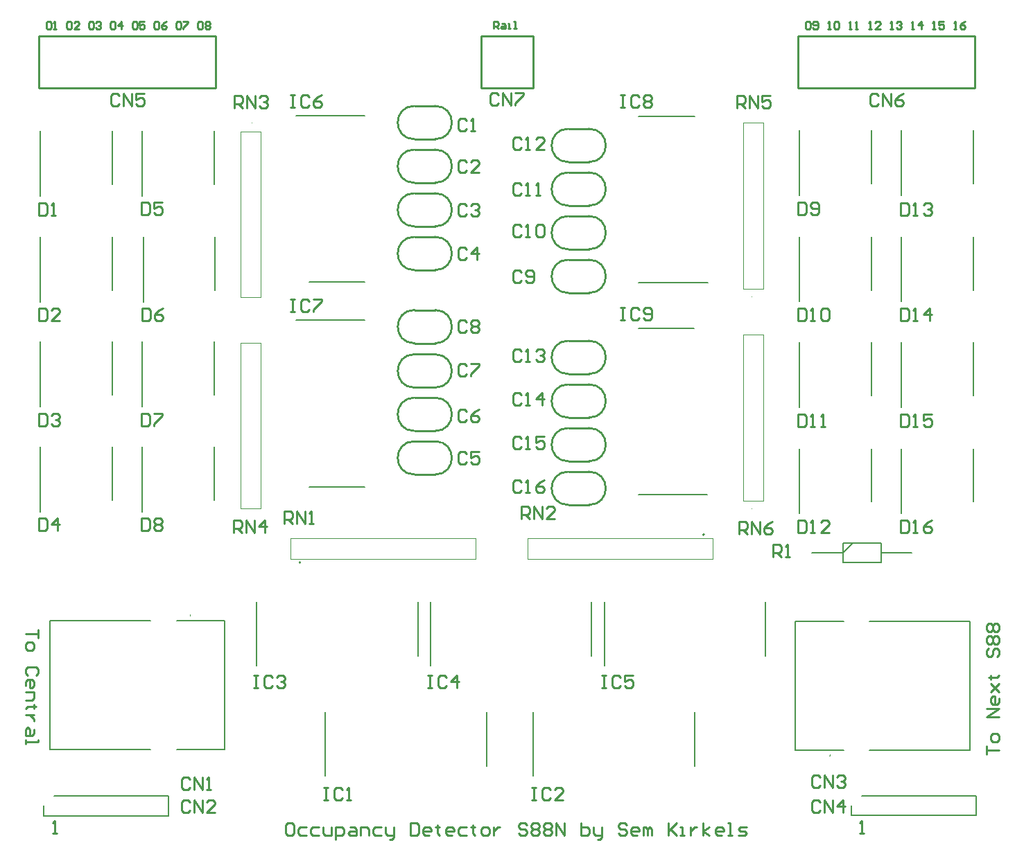
<source format=gbr>
G04*
G04 #@! TF.GenerationSoftware,Altium Limited,Altium Designer,23.7.1 (13)*
G04*
G04 Layer_Color=65535*
%FSLAX44Y44*%
%MOMM*%
G71*
G04*
G04 #@! TF.SameCoordinates,841DD010-D86F-4994-8322-40CE1CBCD204*
G04*
G04*
G04 #@! TF.FilePolarity,Positive*
G04*
G01*
G75*
%ADD10C,0.1000*%
%ADD11C,0.2000*%
%ADD12C,0.2540*%
D10*
X546196Y874555D02*
G03*
X546196Y873555I0J-500D01*
G01*
D02*
G03*
X546196Y874555I0J500D01*
G01*
X1156240Y920240D02*
G03*
X1156240Y919240I0J-500D01*
G01*
D02*
G03*
X1156240Y920240I0J500D01*
G01*
Y661160D02*
G03*
X1156240Y660160I0J-500D01*
G01*
D02*
G03*
X1156240Y661160I0J500D01*
G01*
X546300Y1131365D02*
G03*
X546300Y1132365I0J500D01*
G01*
D02*
G03*
X546300Y1131365I0J-500D01*
G01*
X556646Y661205D02*
Y863905D01*
X531745Y661205D02*
X556646D01*
X531745D02*
Y863905D01*
X556646D01*
X1145790Y929890D02*
X1170690D01*
Y1132590D01*
X1145790D02*
X1170690D01*
X1145790Y929890D02*
Y1132590D01*
Y670810D02*
X1170690D01*
Y873510D01*
X1145790D02*
X1170690D01*
X1145790Y670810D02*
Y873510D01*
X882630Y599690D02*
X1108730D01*
X882630D02*
Y624590D01*
X1108730D01*
Y599690D02*
Y624590D01*
X593070D02*
X819170D01*
Y599690D02*
Y624590D01*
X593070Y599690D02*
X819170D01*
X593070D02*
Y624590D01*
X531851Y1121715D02*
X556750D01*
X531851Y919015D02*
Y1121715D01*
Y919015D02*
X556750D01*
Y1121715D01*
D11*
X1251722Y358812D02*
G03*
X1251722Y359812I0J500D01*
G01*
D02*
G03*
X1251722Y358812I0J-500D01*
G01*
Y359812D02*
G03*
X1251722Y358812I0J-500D01*
G01*
X470559Y530758D02*
G03*
X470559Y529758I0J-500D01*
G01*
D02*
G03*
X470559Y530758I0J500D01*
G01*
Y529758D02*
G03*
X470559Y530758I0J500D01*
G01*
X1096280Y629140D02*
G03*
X1098280Y629140I1000J0D01*
G01*
D02*
G03*
X1096280Y629140I-1000J0D01*
G01*
X605520Y595140D02*
G03*
X603520Y595140I-1000J0D01*
G01*
D02*
G03*
X605520Y595140I1000J0D01*
G01*
X1209722Y365762D02*
X1268223D01*
X1209722D02*
Y522762D01*
X1268223D01*
X1300222D02*
X1422723D01*
Y365762D02*
Y522762D01*
X1300222Y365762D02*
X1422723D01*
X454058Y523808D02*
X512559D01*
Y366808D02*
Y523808D01*
X454058Y366808D02*
X512559D01*
X299559D02*
X422059D01*
X299559D02*
Y523808D01*
X422059D01*
X1267580Y618810D02*
X1314080D01*
Y595310D02*
Y618810D01*
X1267580Y595310D02*
X1314080D01*
X1267580D02*
Y618810D01*
Y607060D02*
X1279330Y618810D01*
X1229830Y607060D02*
X1267580D01*
X1314080D02*
X1351830D01*
X291809Y285521D02*
Y297571D01*
Y285521D02*
X444209D01*
Y309621D01*
X304509D02*
X444209D01*
X1278073Y285759D02*
Y297809D01*
Y285759D02*
X1430473D01*
Y309859D01*
X1290773D02*
X1430473D01*
X889391Y334050D02*
Y412400D01*
X1086290Y346400D02*
Y412400D01*
X635610Y334050D02*
Y412400D01*
X832510Y346400D02*
Y412400D01*
X1339270Y654975D02*
Y734225D01*
X1427270Y669225D02*
Y734225D01*
X1214330Y654975D02*
Y734225D01*
X1302330Y669225D02*
Y734225D01*
X1214330Y784938D02*
Y864188D01*
X1302330Y799188D02*
Y864188D01*
X1339270Y784938D02*
Y864188D01*
X1427270Y799188D02*
Y864188D01*
X1339270Y914003D02*
Y993253D01*
X1427270Y928253D02*
Y993253D01*
X1339270Y1043811D02*
Y1123061D01*
X1427270Y1058061D02*
Y1123061D01*
X1214330Y914003D02*
Y993253D01*
X1302330Y928253D02*
Y993253D01*
X1214330Y1043811D02*
Y1123061D01*
X1302330Y1058061D02*
Y1123061D01*
X1173246Y481138D02*
Y547138D01*
X976347Y468788D02*
Y547138D01*
X960808Y481138D02*
Y547138D01*
X763909Y468788D02*
Y547138D01*
X748526Y481138D02*
Y547138D01*
X551626Y468788D02*
Y547138D01*
X599519Y891114D02*
X683520D01*
X615519Y687715D02*
X683520D01*
X412170Y657285D02*
Y736535D01*
X500170Y671535D02*
Y736535D01*
X412170Y785555D02*
Y864805D01*
X500170Y799805D02*
Y864805D01*
X412170Y1043365D02*
Y1122615D01*
X500170Y1057615D02*
Y1122615D01*
X413072Y913825D02*
Y993075D01*
X501072Y928075D02*
Y993075D01*
X287230Y657285D02*
Y736535D01*
X375230Y671535D02*
Y736535D01*
X287230Y785555D02*
Y864805D01*
X375230Y799805D02*
Y864805D01*
X287230Y913825D02*
Y993075D01*
X375230Y928075D02*
Y993075D01*
X287230Y1043365D02*
Y1122615D01*
X375230Y1057615D02*
Y1122615D01*
X1018302Y937248D02*
X1102302D01*
X1018302Y1140648D02*
X1086302D01*
X1018058Y677860D02*
X1102059D01*
X1018058Y881260D02*
X1086059D01*
X599519Y1141286D02*
X683520D01*
X615519Y937886D02*
X683520D01*
D12*
X957580Y665480D02*
G03*
X957580Y706120I0J20320D01*
G01*
X932180D02*
G03*
X932180Y665480I0J-20320D01*
G01*
X957580Y718820D02*
G03*
X957580Y759460I0J20320D01*
G01*
X932180D02*
G03*
X932180Y718820I0J-20320D01*
G01*
X957580Y772160D02*
G03*
X957580Y812800I0J20320D01*
G01*
X932180D02*
G03*
X932180Y772160I0J-20320D01*
G01*
X957580Y825500D02*
G03*
X957580Y866140I0J20320D01*
G01*
X932180D02*
G03*
X932180Y825500I0J-20320D01*
G01*
X957580Y1084580D02*
G03*
X957580Y1125220I0J20320D01*
G01*
X932180D02*
G03*
X932180Y1084580I0J-20320D01*
G01*
X957580Y1031240D02*
G03*
X957580Y1071880I0J20320D01*
G01*
X932180D02*
G03*
X932180Y1031240I0J-20320D01*
G01*
X957580Y977900D02*
G03*
X957580Y1018540I0J20320D01*
G01*
X932180D02*
G03*
X932180Y977900I0J-20320D01*
G01*
X957580Y924560D02*
G03*
X957580Y965200I0J20320D01*
G01*
X932180D02*
G03*
X932180Y924560I0J-20320D01*
G01*
X744220Y903684D02*
G03*
X744220Y863044I0J-20320D01*
G01*
X769620D02*
G03*
X769620Y903684I0J20320D01*
G01*
X744220Y849542D02*
G03*
X744220Y808902I0J-20320D01*
G01*
X769620D02*
G03*
X769620Y849542I0J20320D01*
G01*
X744220Y796501D02*
G03*
X744220Y755861I0J-20320D01*
G01*
X769620D02*
G03*
X769620Y796501I0J20320D01*
G01*
X744220Y743300D02*
G03*
X744220Y702660I0J-20320D01*
G01*
X769620D02*
G03*
X769620Y743300I0J20320D01*
G01*
X744220Y993140D02*
G03*
X744220Y952500I0J-20320D01*
G01*
X769620D02*
G03*
X769620Y993140I0J20320D01*
G01*
X744220Y1099820D02*
G03*
X744220Y1059180I0J-20320D01*
G01*
X769620D02*
G03*
X769620Y1099820I0J20320D01*
G01*
X744220Y1046480D02*
G03*
X744220Y1005840I0J-20320D01*
G01*
X769620D02*
G03*
X769620Y1046480I0J20320D01*
G01*
X744220Y1153160D02*
G03*
X744220Y1112520I0J-20320D01*
G01*
X769620D02*
G03*
X769620Y1153160I0J20320D01*
G01*
X932180Y665480D02*
X957580D01*
X932180Y706120D02*
X957580D01*
X932180Y718820D02*
X957580D01*
X932180Y759460D02*
X957580D01*
X932180Y772160D02*
X957580D01*
X932180Y812800D02*
X957580D01*
X932180Y825500D02*
X957580D01*
X932180Y866140D02*
X957580D01*
X932180Y1084580D02*
X957580D01*
X932180Y1125220D02*
X957580D01*
X932180Y1031240D02*
X957580D01*
X932180Y1071880D02*
X957580D01*
X932180Y977900D02*
X957580D01*
X932180Y1018540D02*
X957580D01*
X932180Y924560D02*
X957580D01*
X932180Y965200D02*
X957580D01*
X825450Y1175164D02*
Y1238664D01*
X888950Y1175164D02*
Y1238664D01*
X825450D02*
X888950D01*
X825450Y1175164D02*
X888950D01*
X744220Y903684D02*
X769620D01*
X744220Y863044D02*
X769620D01*
X744220Y849542D02*
X769620D01*
X744220Y808902D02*
X769620D01*
X744220Y796501D02*
X769620D01*
X744220Y755861D02*
X769620D01*
X744220Y743300D02*
X769620D01*
X744220Y702660D02*
X769620D01*
X744220Y993140D02*
X769620D01*
X744220Y952500D02*
X769620D01*
X744220Y1099820D02*
X769620D01*
X744220Y1059180D02*
X769620D01*
X744220Y1046480D02*
X769620D01*
X744220Y1005840D02*
X769620D01*
X744220Y1153160D02*
X769620D01*
X744220Y1112520D02*
X769620D01*
X1212850Y1174750D02*
Y1238250D01*
X1428750Y1174750D02*
Y1238250D01*
X1212850D02*
X1428750D01*
X1212850Y1174750D02*
X1428750D01*
X285750D02*
Y1238250D01*
X501650Y1174750D02*
Y1238250D01*
X285750D02*
X501650D01*
X285750Y1174750D02*
X501650D01*
X594357Y276853D02*
X589279D01*
X586740Y274314D01*
Y264158D01*
X589279Y261618D01*
X594357D01*
X596897Y264158D01*
Y274314D01*
X594357Y276853D01*
X612132Y271775D02*
X604514D01*
X601975Y269236D01*
Y264158D01*
X604514Y261618D01*
X612132D01*
X627367Y271775D02*
X619749D01*
X617210Y269236D01*
Y264158D01*
X619749Y261618D01*
X627367D01*
X632445Y271775D02*
Y264158D01*
X634984Y261618D01*
X642602D01*
Y271775D01*
X647680Y256540D02*
Y271775D01*
X655298D01*
X657837Y269236D01*
Y264158D01*
X655298Y261618D01*
X647680D01*
X665454Y271775D02*
X670533D01*
X673072Y269236D01*
Y261618D01*
X665454D01*
X662915Y264158D01*
X665454Y266697D01*
X673072D01*
X678150Y261618D02*
Y271775D01*
X685768D01*
X688307Y269236D01*
Y261618D01*
X703542Y271775D02*
X695925D01*
X693385Y269236D01*
Y264158D01*
X695925Y261618D01*
X703542D01*
X708621Y271775D02*
Y264158D01*
X711160Y261618D01*
X718777D01*
Y259079D01*
X716238Y256540D01*
X713699D01*
X718777Y261618D02*
Y271775D01*
X739091Y276853D02*
Y261618D01*
X746708D01*
X749247Y264158D01*
Y274314D01*
X746708Y276853D01*
X739091D01*
X761943Y261618D02*
X756865D01*
X754326Y264158D01*
Y269236D01*
X756865Y271775D01*
X761943D01*
X764482Y269236D01*
Y266697D01*
X754326D01*
X772100Y274314D02*
Y271775D01*
X769561D01*
X774639D01*
X772100D01*
Y264158D01*
X774639Y261618D01*
X789874D02*
X784796D01*
X782257Y264158D01*
Y269236D01*
X784796Y271775D01*
X789874D01*
X792413Y269236D01*
Y266697D01*
X782257D01*
X807648Y271775D02*
X800031D01*
X797492Y269236D01*
Y264158D01*
X800031Y261618D01*
X807648D01*
X815266Y274314D02*
Y271775D01*
X812727D01*
X817805D01*
X815266D01*
Y264158D01*
X817805Y261618D01*
X827962D02*
X833040D01*
X835580Y264158D01*
Y269236D01*
X833040Y271775D01*
X827962D01*
X825423Y269236D01*
Y264158D01*
X827962Y261618D01*
X840658Y271775D02*
Y261618D01*
Y266697D01*
X843197Y269236D01*
X845736Y271775D01*
X848275D01*
X881285Y274314D02*
X878745Y276853D01*
X873667D01*
X871128Y274314D01*
Y271775D01*
X873667Y269236D01*
X878745D01*
X881285Y266697D01*
Y264158D01*
X878745Y261618D01*
X873667D01*
X871128Y264158D01*
X886363Y274314D02*
X888902Y276853D01*
X893981D01*
X896520Y274314D01*
Y271775D01*
X893981Y269236D01*
X896520Y266697D01*
Y264158D01*
X893981Y261618D01*
X888902D01*
X886363Y264158D01*
Y266697D01*
X888902Y269236D01*
X886363Y271775D01*
Y274314D01*
X888902Y269236D02*
X893981D01*
X901598Y274314D02*
X904137Y276853D01*
X909216D01*
X911755Y274314D01*
Y271775D01*
X909216Y269236D01*
X911755Y266697D01*
Y264158D01*
X909216Y261618D01*
X904137D01*
X901598Y264158D01*
Y266697D01*
X904137Y269236D01*
X901598Y271775D01*
Y274314D01*
X904137Y269236D02*
X909216D01*
X916833Y261618D02*
Y276853D01*
X926990Y261618D01*
Y276853D01*
X947303D02*
Y261618D01*
X954921D01*
X957460Y264158D01*
Y266697D01*
Y269236D01*
X954921Y271775D01*
X947303D01*
X962538D02*
Y264158D01*
X965078Y261618D01*
X972695D01*
Y259079D01*
X970156Y256540D01*
X967617D01*
X972695Y261618D02*
Y271775D01*
X1003165Y274314D02*
X1000626Y276853D01*
X995548D01*
X993009Y274314D01*
Y271775D01*
X995548Y269236D01*
X1000626D01*
X1003165Y266697D01*
Y264158D01*
X1000626Y261618D01*
X995548D01*
X993009Y264158D01*
X1015861Y261618D02*
X1010783D01*
X1008244Y264158D01*
Y269236D01*
X1010783Y271775D01*
X1015861D01*
X1018400Y269236D01*
Y266697D01*
X1008244D01*
X1023479Y261618D02*
Y271775D01*
X1026018D01*
X1028557Y269236D01*
Y261618D01*
Y269236D01*
X1031096Y271775D01*
X1033635Y269236D01*
Y261618D01*
X1053949Y276853D02*
Y261618D01*
Y266697D01*
X1064106Y276853D01*
X1056488Y269236D01*
X1064106Y261618D01*
X1069184D02*
X1074262D01*
X1071723D01*
Y271775D01*
X1069184D01*
X1081880D02*
Y261618D01*
Y266697D01*
X1084419Y269236D01*
X1086958Y271775D01*
X1089497D01*
X1097115Y261618D02*
Y276853D01*
Y266697D02*
X1104732Y271775D01*
X1097115Y266697D02*
X1104732Y261618D01*
X1119967D02*
X1114889D01*
X1112350Y264158D01*
Y269236D01*
X1114889Y271775D01*
X1119967D01*
X1122507Y269236D01*
Y266697D01*
X1112350D01*
X1127585Y261618D02*
X1132663D01*
X1130124D01*
Y276853D01*
X1127585D01*
X1140281Y261618D02*
X1147898D01*
X1150438Y264158D01*
X1147898Y266697D01*
X1142820D01*
X1140281Y269236D01*
X1142820Y271775D01*
X1150438D01*
X302260Y264160D02*
X307338D01*
X304799D01*
Y279395D01*
X302260Y276856D01*
X1287780Y264160D02*
X1292858D01*
X1290319D01*
Y279395D01*
X1287780Y276856D01*
X1442725Y360680D02*
Y370837D01*
Y365758D01*
X1457960D01*
Y378454D02*
Y383533D01*
X1455421Y386072D01*
X1450343D01*
X1447803Y383533D01*
Y378454D01*
X1450343Y375915D01*
X1455421D01*
X1457960Y378454D01*
Y406385D02*
X1442725D01*
X1457960Y416542D01*
X1442725D01*
X1457960Y429238D02*
Y424160D01*
X1455421Y421620D01*
X1450343D01*
X1447803Y424160D01*
Y429238D01*
X1450343Y431777D01*
X1452882D01*
Y421620D01*
X1447803Y436855D02*
X1457960Y447012D01*
X1452882Y441934D01*
X1447803Y447012D01*
X1457960Y436855D01*
X1445264Y454630D02*
X1447803D01*
Y452090D01*
Y457169D01*
Y454630D01*
X1455421D01*
X1457960Y457169D01*
X1445264Y490178D02*
X1442725Y487639D01*
Y482561D01*
X1445264Y480021D01*
X1447803D01*
X1450343Y482561D01*
Y487639D01*
X1452882Y490178D01*
X1455421D01*
X1457960Y487639D01*
Y482561D01*
X1455421Y480021D01*
X1445264Y495257D02*
X1442725Y497796D01*
Y502874D01*
X1445264Y505413D01*
X1447803D01*
X1450343Y502874D01*
X1452882Y505413D01*
X1455421D01*
X1457960Y502874D01*
Y497796D01*
X1455421Y495257D01*
X1452882D01*
X1450343Y497796D01*
X1447803Y495257D01*
X1445264D01*
X1450343Y497796D02*
Y502874D01*
X1445264Y510491D02*
X1442725Y513031D01*
Y518109D01*
X1445264Y520648D01*
X1447803D01*
X1450343Y518109D01*
X1452882Y520648D01*
X1455421D01*
X1457960Y518109D01*
Y513031D01*
X1455421Y510491D01*
X1452882D01*
X1450343Y513031D01*
X1447803Y510491D01*
X1445264D01*
X1450343Y513031D02*
Y518109D01*
X284475Y513080D02*
Y502923D01*
Y508002D01*
X269240D01*
Y495306D02*
Y490227D01*
X271779Y487688D01*
X276857D01*
X279397Y490227D01*
Y495306D01*
X276857Y497845D01*
X271779D01*
X269240Y495306D01*
X281936Y457218D02*
X284475Y459757D01*
Y464836D01*
X281936Y467375D01*
X271779D01*
X269240Y464836D01*
Y459757D01*
X271779Y457218D01*
X269240Y444522D02*
Y449600D01*
X271779Y452140D01*
X276857D01*
X279397Y449600D01*
Y444522D01*
X276857Y441983D01*
X274318D01*
Y452140D01*
X269240Y436905D02*
X279397D01*
Y429287D01*
X276857Y426748D01*
X269240D01*
X281936Y419130D02*
X279397D01*
Y421670D01*
Y416591D01*
Y419130D01*
X271779D01*
X269240Y416591D01*
X279397Y408974D02*
X269240D01*
X274318D01*
X276857Y406435D01*
X279397Y403895D01*
Y401356D01*
Y391199D02*
Y386121D01*
X276857Y383582D01*
X269240D01*
Y391199D01*
X271779Y393739D01*
X274318Y391199D01*
Y383582D01*
X269240Y378503D02*
Y373425D01*
Y375964D01*
X284475D01*
Y378503D01*
X840690Y1247555D02*
Y1256442D01*
X845133D01*
X846614Y1254961D01*
Y1251998D01*
X845133Y1250517D01*
X840690D01*
X843652D02*
X846614Y1247555D01*
X851058Y1253479D02*
X854020D01*
X855501Y1251998D01*
Y1247555D01*
X851058D01*
X849577Y1249036D01*
X851058Y1250517D01*
X855501D01*
X858464Y1247555D02*
X861426D01*
X859945D01*
Y1253479D01*
X858464D01*
X865870Y1247555D02*
X868832D01*
X867351D01*
Y1256442D01*
X865870D01*
X1221740Y1254758D02*
X1223263Y1256281D01*
X1226311D01*
X1227834Y1254758D01*
Y1248663D01*
X1226311Y1247140D01*
X1223263D01*
X1221740Y1248663D01*
Y1254758D01*
X1230881Y1248663D02*
X1232405Y1247140D01*
X1235452D01*
X1236975Y1248663D01*
Y1254758D01*
X1235452Y1256281D01*
X1232405D01*
X1230881Y1254758D01*
Y1253234D01*
X1232405Y1251711D01*
X1236975D01*
X1249163Y1247140D02*
X1252210D01*
X1250687D01*
Y1256281D01*
X1249163Y1254758D01*
X1256781D02*
X1258304Y1256281D01*
X1261351D01*
X1262875Y1254758D01*
Y1248663D01*
X1261351Y1247140D01*
X1258304D01*
X1256781Y1248663D01*
Y1254758D01*
X1275063Y1247140D02*
X1278110D01*
X1276586D01*
Y1256281D01*
X1275063Y1254758D01*
X1282680Y1247140D02*
X1285727D01*
X1284204D01*
Y1256281D01*
X1282680Y1254758D01*
X1299439Y1247140D02*
X1302486D01*
X1300962D01*
Y1256281D01*
X1299439Y1254758D01*
X1313150Y1247140D02*
X1307056D01*
X1313150Y1253234D01*
Y1254758D01*
X1311627Y1256281D01*
X1308580D01*
X1307056Y1254758D01*
X1325339Y1247140D02*
X1328386D01*
X1326862D01*
Y1256281D01*
X1325339Y1254758D01*
X1332956D02*
X1334480Y1256281D01*
X1337527D01*
X1339050Y1254758D01*
Y1253234D01*
X1337527Y1251711D01*
X1336003D01*
X1337527D01*
X1339050Y1250187D01*
Y1248663D01*
X1337527Y1247140D01*
X1334480D01*
X1332956Y1248663D01*
X1351238Y1247140D02*
X1354285D01*
X1352762D01*
Y1256281D01*
X1351238Y1254758D01*
X1363426Y1247140D02*
Y1256281D01*
X1358856Y1251711D01*
X1364950D01*
X1377138Y1247140D02*
X1380185D01*
X1378661D01*
Y1256281D01*
X1377138Y1254758D01*
X1390849Y1256281D02*
X1384755D01*
Y1251711D01*
X1387802Y1253234D01*
X1389326D01*
X1390849Y1251711D01*
Y1248663D01*
X1389326Y1247140D01*
X1386279D01*
X1384755Y1248663D01*
X1403038Y1247140D02*
X1406084D01*
X1404561D01*
Y1256281D01*
X1403038Y1254758D01*
X1416749Y1256281D02*
X1413702Y1254758D01*
X1410655Y1251711D01*
Y1248663D01*
X1412179Y1247140D01*
X1415226D01*
X1416749Y1248663D01*
Y1250187D01*
X1415226Y1251711D01*
X1410655D01*
X294640Y1254546D02*
X296121Y1256027D01*
X299084D01*
X300565Y1254546D01*
Y1248621D01*
X299084Y1247140D01*
X296121D01*
X294640Y1248621D01*
Y1254546D01*
X303527Y1247140D02*
X306490D01*
X305008D01*
Y1256027D01*
X303527Y1254546D01*
X319820D02*
X321301Y1256027D01*
X324264D01*
X325745Y1254546D01*
Y1248621D01*
X324264Y1247140D01*
X321301D01*
X319820Y1248621D01*
Y1254546D01*
X334632Y1247140D02*
X328707D01*
X334632Y1253065D01*
Y1254546D01*
X333151Y1256027D01*
X330188D01*
X328707Y1254546D01*
X346482D02*
X347963Y1256027D01*
X350925D01*
X352406Y1254546D01*
Y1248621D01*
X350925Y1247140D01*
X347963D01*
X346482Y1248621D01*
Y1254546D01*
X355369D02*
X356850Y1256027D01*
X359812D01*
X361293Y1254546D01*
Y1253065D01*
X359812Y1251584D01*
X358331D01*
X359812D01*
X361293Y1250102D01*
Y1248621D01*
X359812Y1247140D01*
X356850D01*
X355369Y1248621D01*
X373143Y1254546D02*
X374624Y1256027D01*
X377587D01*
X379068Y1254546D01*
Y1248621D01*
X377587Y1247140D01*
X374624D01*
X373143Y1248621D01*
Y1254546D01*
X386474Y1247140D02*
Y1256027D01*
X382030Y1251584D01*
X387955D01*
X399804Y1254546D02*
X401286Y1256027D01*
X404248D01*
X405729Y1254546D01*
Y1248621D01*
X404248Y1247140D01*
X401286D01*
X399804Y1248621D01*
Y1254546D01*
X414616Y1256027D02*
X408691D01*
Y1251584D01*
X411654Y1253065D01*
X413135D01*
X414616Y1251584D01*
Y1248621D01*
X413135Y1247140D01*
X410173D01*
X408691Y1248621D01*
X426466Y1254546D02*
X427947Y1256027D01*
X430909D01*
X432391Y1254546D01*
Y1248621D01*
X430909Y1247140D01*
X427947D01*
X426466Y1248621D01*
Y1254546D01*
X441278Y1256027D02*
X438315Y1254546D01*
X435353Y1251584D01*
Y1248621D01*
X436834Y1247140D01*
X439796D01*
X441278Y1248621D01*
Y1250102D01*
X439796Y1251584D01*
X435353D01*
X453127Y1254546D02*
X454608Y1256027D01*
X457571D01*
X459052Y1254546D01*
Y1248621D01*
X457571Y1247140D01*
X454608D01*
X453127Y1248621D01*
Y1254546D01*
X462014Y1256027D02*
X467939D01*
Y1254546D01*
X462014Y1248621D01*
Y1247140D01*
X479789Y1254546D02*
X481270Y1256027D01*
X484232D01*
X485713Y1254546D01*
Y1248621D01*
X484232Y1247140D01*
X481270D01*
X479789Y1248621D01*
Y1254546D01*
X488676D02*
X490157Y1256027D01*
X493119D01*
X494600Y1254546D01*
Y1253065D01*
X493119Y1251584D01*
X494600Y1250102D01*
Y1248621D01*
X493119Y1247140D01*
X490157D01*
X488676Y1248621D01*
Y1250102D01*
X490157Y1251584D01*
X488676Y1253065D01*
Y1254546D01*
X490157Y1251584D02*
X493119D01*
X1182233Y601982D02*
Y617217D01*
X1189851D01*
X1192390Y614678D01*
Y609600D01*
X1189851Y607061D01*
X1182233D01*
X1187312D02*
X1192390Y601982D01*
X1197468D02*
X1202547D01*
X1200008D01*
Y617217D01*
X1197468Y614678D01*
X1239523Y302258D02*
X1236984Y304797D01*
X1231906D01*
X1229367Y302258D01*
Y292102D01*
X1231906Y289562D01*
X1236984D01*
X1239523Y292102D01*
X1244602Y289562D02*
Y304797D01*
X1254758Y289562D01*
Y304797D01*
X1267454Y289562D02*
Y304797D01*
X1259837Y297180D01*
X1269993D01*
X1239523Y332738D02*
X1236984Y335277D01*
X1231906D01*
X1229367Y332738D01*
Y322582D01*
X1231906Y320042D01*
X1236984D01*
X1239523Y322582D01*
X1244602Y320042D02*
Y335277D01*
X1254758Y320042D01*
Y335277D01*
X1259837Y332738D02*
X1262376Y335277D01*
X1267454D01*
X1269993Y332738D01*
Y330199D01*
X1267454Y327660D01*
X1264915D01*
X1267454D01*
X1269993Y325121D01*
Y322582D01*
X1267454Y320042D01*
X1262376D01*
X1259837Y322582D01*
X469903Y302258D02*
X467364Y304797D01*
X462286D01*
X459747Y302258D01*
Y292102D01*
X462286Y289562D01*
X467364D01*
X469903Y292102D01*
X474982Y289562D02*
Y304797D01*
X485138Y289562D01*
Y304797D01*
X500373Y289562D02*
X490217D01*
X500373Y299719D01*
Y302258D01*
X497834Y304797D01*
X492756D01*
X490217Y302258D01*
X469902Y330198D02*
X467363Y332738D01*
X462285D01*
X459746Y330198D01*
Y320042D01*
X462285Y317502D01*
X467363D01*
X469902Y320042D01*
X474981Y317502D02*
Y332738D01*
X485138Y317502D01*
Y332738D01*
X490216Y317502D02*
X495294D01*
X492755D01*
Y332738D01*
X490216Y330198D01*
X1140467Y629922D02*
Y645157D01*
X1148084D01*
X1150623Y642618D01*
Y637540D01*
X1148084Y635001D01*
X1140467D01*
X1145545D02*
X1150623Y629922D01*
X1155702D02*
Y645157D01*
X1165858Y629922D01*
Y645157D01*
X1181093D02*
X1176015Y642618D01*
X1170937Y637540D01*
Y632462D01*
X1173476Y629922D01*
X1178554D01*
X1181093Y632462D01*
Y635001D01*
X1178554Y637540D01*
X1170937D01*
X1137927Y1150622D02*
Y1165857D01*
X1145544D01*
X1148083Y1163318D01*
Y1158240D01*
X1145544Y1155701D01*
X1137927D01*
X1143005D02*
X1148083Y1150622D01*
X1153162D02*
Y1165857D01*
X1163318Y1150622D01*
Y1165857D01*
X1178553D02*
X1168397D01*
Y1158240D01*
X1173475Y1160779D01*
X1176014D01*
X1178553Y1158240D01*
Y1153162D01*
X1176014Y1150622D01*
X1170936D01*
X1168397Y1153162D01*
X523871Y631173D02*
Y646408D01*
X531489D01*
X534028Y643869D01*
Y638791D01*
X531489Y636252D01*
X523871D01*
X528950D02*
X534028Y631173D01*
X539106D02*
Y646408D01*
X549263Y631173D01*
Y646408D01*
X561959Y631173D02*
Y646408D01*
X554342Y638791D01*
X564498D01*
X524002Y1150366D02*
Y1165601D01*
X531619D01*
X534159Y1163062D01*
Y1157983D01*
X531619Y1155444D01*
X524002D01*
X529080D02*
X534159Y1150366D01*
X539237D02*
Y1165601D01*
X549394Y1150366D01*
Y1165601D01*
X554472Y1163062D02*
X557011Y1165601D01*
X562090D01*
X564629Y1163062D01*
Y1160523D01*
X562090Y1157983D01*
X559551D01*
X562090D01*
X564629Y1155444D01*
Y1152905D01*
X562090Y1150366D01*
X557011D01*
X554472Y1152905D01*
X874776Y648208D02*
Y663443D01*
X882393D01*
X884933Y660904D01*
Y655826D01*
X882393Y653286D01*
X874776D01*
X879854D02*
X884933Y648208D01*
X890011D02*
Y663443D01*
X900168Y648208D01*
Y663443D01*
X915403Y648208D02*
X905246D01*
X915403Y658365D01*
Y660904D01*
X912864Y663443D01*
X907785D01*
X905246Y660904D01*
X585216Y642620D02*
Y657855D01*
X592834D01*
X595373Y655316D01*
Y650238D01*
X592834Y647698D01*
X585216D01*
X590294D02*
X595373Y642620D01*
X600451D02*
Y657855D01*
X610608Y642620D01*
Y657855D01*
X615686Y642620D02*
X620765D01*
X618225D01*
Y657855D01*
X615686Y655316D01*
X995934Y906775D02*
X1001012D01*
X998473D01*
Y891540D01*
X995934D01*
X1001012D01*
X1018787Y904236D02*
X1016247Y906775D01*
X1011169D01*
X1008630Y904236D01*
Y894079D01*
X1011169Y891540D01*
X1016247D01*
X1018787Y894079D01*
X1023865D02*
X1026404Y891540D01*
X1031482D01*
X1034022Y894079D01*
Y904236D01*
X1031482Y906775D01*
X1026404D01*
X1023865Y904236D01*
Y901697D01*
X1026404Y899157D01*
X1034022D01*
X996188Y1166363D02*
X1001266D01*
X998727D01*
Y1151128D01*
X996188D01*
X1001266D01*
X1019041Y1163824D02*
X1016501Y1166363D01*
X1011423D01*
X1008884Y1163824D01*
Y1153667D01*
X1011423Y1151128D01*
X1016501D01*
X1019041Y1153667D01*
X1024119Y1163824D02*
X1026658Y1166363D01*
X1031737D01*
X1034276Y1163824D01*
Y1161285D01*
X1031737Y1158745D01*
X1034276Y1156206D01*
Y1153667D01*
X1031737Y1151128D01*
X1026658D01*
X1024119Y1153667D01*
Y1156206D01*
X1026658Y1158745D01*
X1024119Y1161285D01*
Y1163824D01*
X1026658Y1158745D02*
X1031737D01*
X593344Y916681D02*
X598422D01*
X595883D01*
Y901446D01*
X593344D01*
X598422D01*
X616197Y914142D02*
X613657Y916681D01*
X608579D01*
X606040Y914142D01*
Y903985D01*
X608579Y901446D01*
X613657D01*
X616197Y903985D01*
X621275Y916681D02*
X631432D01*
Y914142D01*
X621275Y903985D01*
Y901446D01*
X593344Y1166871D02*
X598422D01*
X595883D01*
Y1151636D01*
X593344D01*
X598422D01*
X616197Y1164332D02*
X613657Y1166871D01*
X608579D01*
X606040Y1164332D01*
Y1154175D01*
X608579Y1151636D01*
X613657D01*
X616197Y1154175D01*
X631432Y1166871D02*
X626353Y1164332D01*
X621275Y1159253D01*
Y1154175D01*
X623814Y1151636D01*
X628893D01*
X631432Y1154175D01*
Y1156714D01*
X628893Y1159253D01*
X621275D01*
X973174Y457198D02*
X978253D01*
X975713D01*
Y441963D01*
X973174D01*
X978253D01*
X996027Y454658D02*
X993488Y457198D01*
X988409D01*
X985870Y454658D01*
Y444502D01*
X988409Y441963D01*
X993488D01*
X996027Y444502D01*
X1011262Y457198D02*
X1001105D01*
Y449580D01*
X1006184Y452119D01*
X1008723D01*
X1011262Y449580D01*
Y444502D01*
X1008723Y441963D01*
X1003644D01*
X1001105Y444502D01*
X760736Y457197D02*
X765815D01*
X763275D01*
Y441963D01*
X760736D01*
X765815D01*
X783589Y454658D02*
X781050Y457197D01*
X775971D01*
X773432Y454658D01*
Y444502D01*
X775971Y441963D01*
X781050D01*
X783589Y444502D01*
X796285Y441963D02*
Y457197D01*
X788667Y449580D01*
X798824D01*
X548454Y457197D02*
X553532D01*
X550993D01*
Y441963D01*
X548454D01*
X553532D01*
X571306Y454658D02*
X568767Y457197D01*
X563689D01*
X561150Y454658D01*
Y444502D01*
X563689Y441963D01*
X568767D01*
X571306Y444502D01*
X576385Y454658D02*
X578924Y457197D01*
X584002D01*
X586542Y454658D01*
Y452119D01*
X584002Y449580D01*
X581463D01*
X584002D01*
X586542Y447041D01*
Y444502D01*
X584002Y441963D01*
X578924D01*
X576385Y444502D01*
X887736Y320037D02*
X892814D01*
X890275D01*
Y304802D01*
X887736D01*
X892814D01*
X910589Y317498D02*
X908050Y320037D01*
X902971D01*
X900432Y317498D01*
Y307342D01*
X902971Y304802D01*
X908050D01*
X910589Y307342D01*
X925824Y304802D02*
X915667D01*
X925824Y314959D01*
Y317498D01*
X923285Y320037D01*
X918206D01*
X915667Y317498D01*
X633735Y320037D02*
X638814D01*
X636274D01*
Y304802D01*
X633735D01*
X638814D01*
X656588Y317498D02*
X654049Y320037D01*
X648970D01*
X646431Y317498D01*
Y307342D01*
X648970Y304802D01*
X654049D01*
X656588Y307342D01*
X661666Y304802D02*
X666745D01*
X664205D01*
Y320037D01*
X661666Y317498D01*
X1337934Y646388D02*
Y631153D01*
X1345551D01*
X1348090Y633692D01*
Y643849D01*
X1345551Y646388D01*
X1337934D01*
X1353169Y631153D02*
X1358247D01*
X1355708D01*
Y646388D01*
X1353169Y643849D01*
X1376021Y646388D02*
X1370943Y643849D01*
X1365865Y638770D01*
Y633692D01*
X1368404Y631153D01*
X1373482D01*
X1376021Y633692D01*
Y636231D01*
X1373482Y638770D01*
X1365865D01*
X1337774Y776367D02*
Y761132D01*
X1345392D01*
X1347931Y763671D01*
Y773828D01*
X1345392Y776367D01*
X1337774D01*
X1353009Y761132D02*
X1358087D01*
X1355548D01*
Y776367D01*
X1353009Y773828D01*
X1375862Y776367D02*
X1365705D01*
Y768749D01*
X1370783Y771288D01*
X1373322D01*
X1375862Y768749D01*
Y763671D01*
X1373322Y761132D01*
X1368244D01*
X1365705Y763671D01*
X1338051Y905599D02*
Y890364D01*
X1345669D01*
X1348208Y892903D01*
Y903060D01*
X1345669Y905599D01*
X1338051D01*
X1353286Y890364D02*
X1358365D01*
X1355826D01*
Y905599D01*
X1353286Y903060D01*
X1373600Y890364D02*
Y905599D01*
X1365982Y897982D01*
X1376139D01*
X1337883Y1034951D02*
Y1019716D01*
X1345500D01*
X1348040Y1022255D01*
Y1032412D01*
X1345500Y1034951D01*
X1337883D01*
X1353118Y1019716D02*
X1358196D01*
X1355657D01*
Y1034951D01*
X1353118Y1032412D01*
X1365814D02*
X1368353Y1034951D01*
X1373431D01*
X1375971Y1032412D01*
Y1029873D01*
X1373431Y1027334D01*
X1370892D01*
X1373431D01*
X1375971Y1024795D01*
Y1022255D01*
X1373431Y1019716D01*
X1368353D01*
X1365814Y1022255D01*
X1213001Y646572D02*
Y631337D01*
X1220618D01*
X1223158Y633877D01*
Y644033D01*
X1220618Y646572D01*
X1213001D01*
X1228236Y631337D02*
X1233314D01*
X1230775D01*
Y646572D01*
X1228236Y644033D01*
X1251088Y631337D02*
X1240932D01*
X1251088Y641494D01*
Y644033D01*
X1248549Y646572D01*
X1243471D01*
X1240932Y644033D01*
X1212878Y776047D02*
Y760811D01*
X1220496D01*
X1223035Y763351D01*
Y773507D01*
X1220496Y776047D01*
X1212878D01*
X1228113Y760811D02*
X1233192D01*
X1230652D01*
Y776047D01*
X1228113Y773507D01*
X1240809Y760811D02*
X1245888D01*
X1243348D01*
Y776047D01*
X1240809Y773507D01*
X1212762Y905488D02*
Y890253D01*
X1220379D01*
X1222918Y892793D01*
Y902949D01*
X1220379Y905488D01*
X1212762D01*
X1227997Y890253D02*
X1233075D01*
X1230536D01*
Y905488D01*
X1227997Y902949D01*
X1240692D02*
X1243232Y905488D01*
X1248310D01*
X1250849Y902949D01*
Y892793D01*
X1248310Y890253D01*
X1243232D01*
X1240692Y892793D01*
Y902949D01*
X1212632Y1035156D02*
Y1019921D01*
X1220249D01*
X1222789Y1022461D01*
Y1032617D01*
X1220249Y1035156D01*
X1212632D01*
X1227867Y1022461D02*
X1230406Y1019921D01*
X1235484D01*
X1238024Y1022461D01*
Y1032617D01*
X1235484Y1035156D01*
X1230406D01*
X1227867Y1032617D01*
Y1030078D01*
X1230406Y1027539D01*
X1238024D01*
X411116Y649067D02*
Y633832D01*
X418734D01*
X421273Y636371D01*
Y646527D01*
X418734Y649067D01*
X411116D01*
X426351Y646527D02*
X428890Y649067D01*
X433969D01*
X436508Y646527D01*
Y643988D01*
X433969Y641449D01*
X436508Y638910D01*
Y636371D01*
X433969Y633832D01*
X428890D01*
X426351Y636371D01*
Y638910D01*
X428890Y641449D01*
X426351Y643988D01*
Y646527D01*
X428890Y641449D02*
X433969D01*
X411116Y777337D02*
Y762102D01*
X418734D01*
X421273Y764641D01*
Y774798D01*
X418734Y777337D01*
X411116D01*
X426351D02*
X436508D01*
Y774798D01*
X426351Y764641D01*
Y762102D01*
X411764Y905607D02*
Y890372D01*
X419382D01*
X421921Y892911D01*
Y903067D01*
X419382Y905607D01*
X411764D01*
X437156D02*
X432077Y903067D01*
X426999Y897989D01*
Y892911D01*
X429538Y890372D01*
X434617D01*
X437156Y892911D01*
Y895450D01*
X434617Y897989D01*
X426999D01*
X411116Y1035147D02*
Y1019912D01*
X418734D01*
X421273Y1022451D01*
Y1032607D01*
X418734Y1035147D01*
X411116D01*
X436508D02*
X426351D01*
Y1027529D01*
X431429Y1030068D01*
X433969D01*
X436508Y1027529D01*
Y1022451D01*
X433969Y1019912D01*
X428890D01*
X426351Y1022451D01*
X285922Y649067D02*
Y633832D01*
X293540D01*
X296079Y636371D01*
Y646527D01*
X293540Y649067D01*
X285922D01*
X308775Y633832D02*
Y649067D01*
X301157Y641449D01*
X311314D01*
X285922Y777337D02*
Y762102D01*
X293540D01*
X296079Y764641D01*
Y774798D01*
X293540Y777337D01*
X285922D01*
X301157Y774798D02*
X303696Y777337D01*
X308775D01*
X311314Y774798D01*
Y772258D01*
X308775Y769719D01*
X306236D01*
X308775D01*
X311314Y767180D01*
Y764641D01*
X308775Y762102D01*
X303696D01*
X301157Y764641D01*
X285922Y905607D02*
Y890372D01*
X293540D01*
X296079Y892911D01*
Y903067D01*
X293540Y905607D01*
X285922D01*
X311314Y890372D02*
X301157D01*
X311314Y900528D01*
Y903067D01*
X308775Y905607D01*
X303696D01*
X301157Y903067D01*
X285921Y1034893D02*
Y1019658D01*
X293539D01*
X296078Y1022197D01*
Y1032354D01*
X293539Y1034893D01*
X285921D01*
X301156Y1019658D02*
X306235D01*
X303696D01*
Y1034893D01*
X301156Y1032354D01*
X847043Y1166273D02*
X844504Y1168812D01*
X839425D01*
X836886Y1166273D01*
Y1156116D01*
X839425Y1153577D01*
X844504D01*
X847043Y1156116D01*
X852121Y1153577D02*
Y1168812D01*
X862278Y1153577D01*
Y1168812D01*
X867356D02*
X877513D01*
Y1166273D01*
X867356Y1156116D01*
Y1153577D01*
X1310643Y1165858D02*
X1308104Y1168398D01*
X1303026D01*
X1300487Y1165858D01*
Y1155702D01*
X1303026Y1153163D01*
X1308104D01*
X1310643Y1155702D01*
X1315722Y1153163D02*
Y1168398D01*
X1325878Y1153163D01*
Y1168398D01*
X1341113D02*
X1336035Y1165858D01*
X1330957Y1160780D01*
Y1155702D01*
X1333496Y1153163D01*
X1338574D01*
X1341113Y1155702D01*
Y1158241D01*
X1338574Y1160780D01*
X1330957D01*
X383543Y1165858D02*
X381004Y1168398D01*
X375926D01*
X373387Y1165858D01*
Y1155702D01*
X375926Y1153163D01*
X381004D01*
X383543Y1155702D01*
X388622Y1153163D02*
Y1168398D01*
X398778Y1153163D01*
Y1168398D01*
X414013D02*
X403857D01*
Y1160780D01*
X408935Y1163319D01*
X411474D01*
X414013Y1160780D01*
Y1155702D01*
X411474Y1153163D01*
X406396D01*
X403857Y1155702D01*
X875033Y693418D02*
X872494Y695957D01*
X867415D01*
X864876Y693418D01*
Y683262D01*
X867415Y680723D01*
X872494D01*
X875033Y683262D01*
X880111Y680723D02*
X885190D01*
X882650D01*
Y695957D01*
X880111Y693418D01*
X902964Y695957D02*
X897886Y693418D01*
X892807Y688340D01*
Y683262D01*
X895346Y680723D01*
X900425D01*
X902964Y683262D01*
Y685801D01*
X900425Y688340D01*
X892807D01*
X875033Y746758D02*
X872494Y749297D01*
X867415D01*
X864876Y746758D01*
Y736602D01*
X867415Y734062D01*
X872494D01*
X875033Y736602D01*
X880111Y734062D02*
X885190D01*
X882650D01*
Y749297D01*
X880111Y746758D01*
X902964Y749297D02*
X892807D01*
Y741680D01*
X897886Y744219D01*
X900425D01*
X902964Y741680D01*
Y736602D01*
X900425Y734062D01*
X895346D01*
X892807Y736602D01*
X875033Y800098D02*
X872494Y802637D01*
X867415D01*
X864876Y800098D01*
Y789942D01*
X867415Y787402D01*
X872494D01*
X875033Y789942D01*
X880111Y787402D02*
X885190D01*
X882650D01*
Y802637D01*
X880111Y800098D01*
X900425Y787402D02*
Y802637D01*
X892807Y795020D01*
X902964D01*
X875033Y853438D02*
X872494Y855977D01*
X867415D01*
X864876Y853438D01*
Y843282D01*
X867415Y840742D01*
X872494D01*
X875033Y843282D01*
X880111Y840742D02*
X885190D01*
X882650D01*
Y855977D01*
X880111Y853438D01*
X892807D02*
X895346Y855977D01*
X900425D01*
X902964Y853438D01*
Y850899D01*
X900425Y848360D01*
X897886D01*
X900425D01*
X902964Y845821D01*
Y843282D01*
X900425Y840742D01*
X895346D01*
X892807Y843282D01*
X875033Y1112518D02*
X872494Y1115058D01*
X867415D01*
X864876Y1112518D01*
Y1102362D01*
X867415Y1099822D01*
X872494D01*
X875033Y1102362D01*
X880111Y1099822D02*
X885190D01*
X882650D01*
Y1115058D01*
X880111Y1112518D01*
X902964Y1099822D02*
X892807D01*
X902964Y1109979D01*
Y1112518D01*
X900425Y1115058D01*
X895346D01*
X892807Y1112518D01*
X875032Y1056638D02*
X872493Y1059177D01*
X867414D01*
X864875Y1056638D01*
Y1046482D01*
X867414Y1043942D01*
X872493D01*
X875032Y1046482D01*
X880110Y1043942D02*
X885189D01*
X882650D01*
Y1059177D01*
X880110Y1056638D01*
X892806Y1043942D02*
X897885D01*
X895346D01*
Y1059177D01*
X892806Y1056638D01*
X875033Y1005838D02*
X872494Y1008378D01*
X867415D01*
X864876Y1005838D01*
Y995682D01*
X867415Y993142D01*
X872494D01*
X875033Y995682D01*
X880111Y993142D02*
X885190D01*
X882650D01*
Y1008378D01*
X880111Y1005838D01*
X892807D02*
X895346Y1008378D01*
X900425D01*
X902964Y1005838D01*
Y995682D01*
X900425Y993142D01*
X895346D01*
X892807Y995682D01*
Y1005838D01*
X874597Y949970D02*
X872058Y952509D01*
X866980D01*
X864441Y949970D01*
Y939813D01*
X866980Y937274D01*
X872058D01*
X874597Y939813D01*
X879676D02*
X882215Y937274D01*
X887293D01*
X889833Y939813D01*
Y949970D01*
X887293Y952509D01*
X882215D01*
X879676Y949970D01*
Y947431D01*
X882215Y944891D01*
X889833D01*
X807721Y888998D02*
X805182Y891537D01*
X800103D01*
X797564Y888998D01*
Y878842D01*
X800103Y876302D01*
X805182D01*
X807721Y878842D01*
X812799Y888998D02*
X815338Y891537D01*
X820417D01*
X822956Y888998D01*
Y886459D01*
X820417Y883920D01*
X822956Y881381D01*
Y878842D01*
X820417Y876302D01*
X815338D01*
X812799Y878842D01*
Y881381D01*
X815338Y883920D01*
X812799Y886459D01*
Y888998D01*
X815338Y883920D02*
X820417D01*
X807721Y835658D02*
X805182Y838197D01*
X800103D01*
X797564Y835658D01*
Y825502D01*
X800103Y822962D01*
X805182D01*
X807721Y825502D01*
X812799Y838197D02*
X822956D01*
Y835658D01*
X812799Y825502D01*
Y822962D01*
X807721Y779778D02*
X805182Y782318D01*
X800103D01*
X797564Y779778D01*
Y769622D01*
X800103Y767083D01*
X805182D01*
X807721Y769622D01*
X822956Y782318D02*
X817878Y779778D01*
X812799Y774700D01*
Y769622D01*
X815338Y767083D01*
X820417D01*
X822956Y769622D01*
Y772161D01*
X820417Y774700D01*
X812799D01*
X807721Y728058D02*
X805182Y730598D01*
X800103D01*
X797564Y728058D01*
Y717902D01*
X800103Y715363D01*
X805182D01*
X807721Y717902D01*
X822956Y730598D02*
X812799D01*
Y722980D01*
X817878Y725519D01*
X820417D01*
X822956Y722980D01*
Y717902D01*
X820417Y715363D01*
X815338D01*
X812799Y717902D01*
X807721Y977898D02*
X805182Y980437D01*
X800103D01*
X797564Y977898D01*
Y967742D01*
X800103Y965202D01*
X805182D01*
X807721Y967742D01*
X820417Y965202D02*
Y980437D01*
X812799Y972820D01*
X822956D01*
X807721Y1031238D02*
X805182Y1033777D01*
X800103D01*
X797564Y1031238D01*
Y1021082D01*
X800103Y1018542D01*
X805182D01*
X807721Y1021082D01*
X812799Y1031238D02*
X815338Y1033777D01*
X820417D01*
X822956Y1031238D01*
Y1028699D01*
X820417Y1026160D01*
X817878D01*
X820417D01*
X822956Y1023621D01*
Y1021082D01*
X820417Y1018542D01*
X815338D01*
X812799Y1021082D01*
X807721Y1084578D02*
X805182Y1087117D01*
X800103D01*
X797564Y1084578D01*
Y1074422D01*
X800103Y1071882D01*
X805182D01*
X807721Y1074422D01*
X822956Y1071882D02*
X812799D01*
X822956Y1082039D01*
Y1084578D01*
X820417Y1087117D01*
X815338D01*
X812799Y1084578D01*
X807720Y1135378D02*
X805181Y1137917D01*
X800102D01*
X797563Y1135378D01*
Y1125222D01*
X800102Y1122682D01*
X805181D01*
X807720Y1125222D01*
X812798Y1122682D02*
X817877D01*
X815338D01*
Y1137917D01*
X812798Y1135378D01*
M02*

</source>
